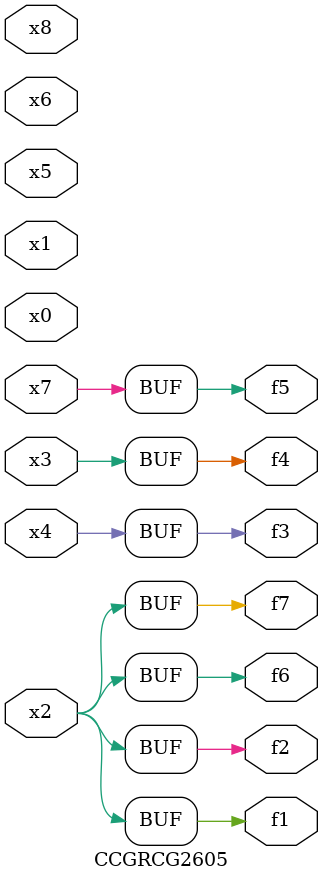
<source format=v>
module CCGRCG2605(
	input x0, x1, x2, x3, x4, x5, x6, x7, x8,
	output f1, f2, f3, f4, f5, f6, f7
);
	assign f1 = x2;
	assign f2 = x2;
	assign f3 = x4;
	assign f4 = x3;
	assign f5 = x7;
	assign f6 = x2;
	assign f7 = x2;
endmodule

</source>
